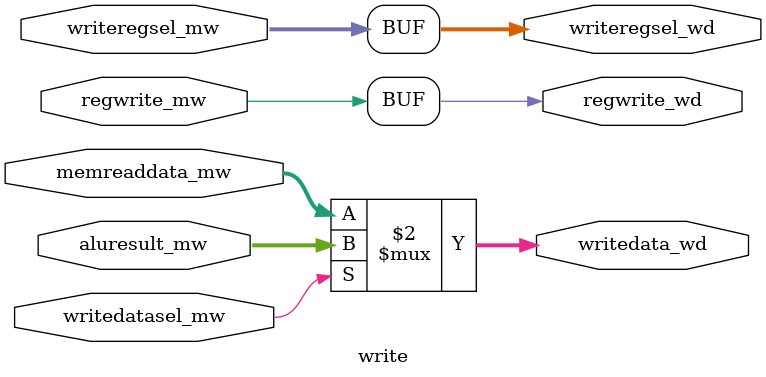
<source format=v>
module write (
 // inputs from memory
 input [15:0] aluresult_mw,
 input [15:0] memreaddata_mw,
 input regwrite_mw,
 input [2:0] writeregsel_mw,
 input writedatasel_mw,
 // outputs to decode for writing to register
 output [2:0] writeregsel_wd,
 output [15:0] writedata_wd,
 output regwrite_wd
);

assign writeregsel_wd = writeregsel_mw;
assign regwrite_wd = regwrite_mw;

assign writedata_wd = (writedatasel_mw == 1'b0) ? memreaddata_mw : aluresult_mw;

endmodule

</source>
